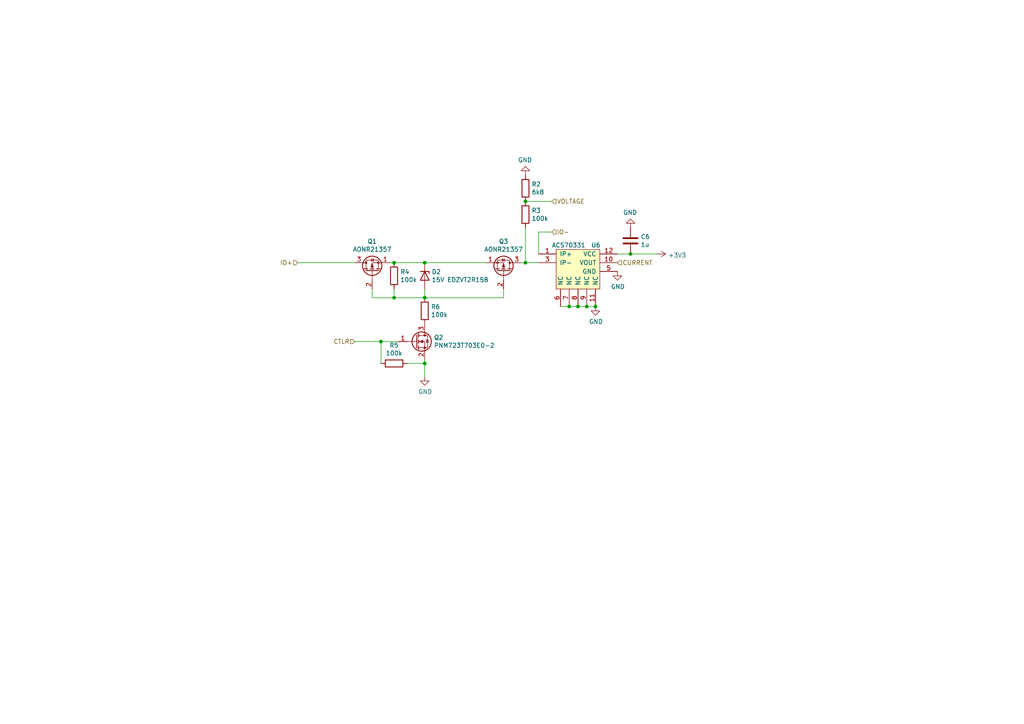
<source format=kicad_sch>
(kicad_sch (version 20210621) (generator eeschema)
  (paper "A4")
  (lib_symbols
    (symbol "Device:C" (pin_numbers hide) (pin_names (offset 0.254))
      (property "Reference" "C" (at 0.635 2.54 0))
      (property "Value" "Device_C" (at 0.635 -2.54 0))
      (symbol "C_0_1"
        (polyline (pts (xy -2.032 -0.762) (xy 2.032 -0.762)) (stroke (width 0.508)))
        (polyline (pts (xy -2.032 0.762) (xy 2.032 0.762)) (stroke (width 0.508)))
      )
      (symbol "C_1_1"
        (pin passive line (at 0 3.81 270) (length 2.794) (name "~") (number "1"))
        (pin passive line (at 0 -3.81 90) (length 2.794) (name "~") (number "2"))
      )
    )
    (symbol "Device:D_Zener" (pin_numbers hide) (pin_names (offset 1.016) hide)
      (property "Reference" "D" (at 0 2.54 0))
      (property "Value" "Device_D_Zener" (at 0 -2.54 0))
      (symbol "D_Zener_0_1"
        (polyline (pts (xy 1.27 0) (xy -1.27 0)))
        (polyline (pts (xy -1.27 -1.27) (xy -1.27 1.27) (xy -0.762 1.27)) (stroke (width 0.254)))
        (polyline (pts (xy 1.27 -1.27) (xy 1.27 1.27) (xy -1.27 0) (xy 1.27 -1.27)) (stroke (width 0.254)))
      )
      (symbol "D_Zener_1_1"
        (pin passive line (at -3.81 0 0) (length 2.54) (name "K") (number "1"))
        (pin passive line (at 3.81 0 180) (length 2.54) (name "A") (number "2"))
      )
    )
    (symbol "Device:Q_NMOS_GSD" (pin_names (offset 0) hide)
      (property "Reference" "Q" (at 5.08 1.27 0))
      (property "Value" "Device_Q_NMOS_GSD" (at 5.08 -1.27 0))
      (symbol "Q_NMOS_GSD_0_1"
        (polyline (pts (xy 0.254 0) (xy -2.54 0)))
        (polyline (pts (xy 0.254 1.905) (xy 0.254 -1.905)) (stroke (width 0.254)))
        (polyline (pts (xy 0.762 -1.27) (xy 0.762 -2.286)) (stroke (width 0.254)))
        (polyline (pts (xy 0.762 0.508) (xy 0.762 -0.508)) (stroke (width 0.254)))
        (polyline (pts (xy 0.762 2.286) (xy 0.762 1.27)) (stroke (width 0.254)))
        (polyline (pts (xy 2.54 2.54) (xy 2.54 1.778)))
        (polyline (pts (xy 2.54 -2.54) (xy 2.54 0) (xy 0.762 0)))
        (polyline (pts (xy 0.762 -1.778) (xy 3.302 -1.778) (xy 3.302 1.778) (xy 0.762 1.778)))
        (polyline (pts (xy 1.016 0) (xy 2.032 0.381) (xy 2.032 -0.381) (xy 1.016 0)) (fill (type outline)))
        (polyline (pts (xy 2.794 0.508) (xy 2.921 0.381) (xy 3.683 0.381) (xy 3.81 0.254)))
        (polyline (pts (xy 3.302 0.381) (xy 2.921 -0.254) (xy 3.683 -0.254) (xy 3.302 0.381)))
        (circle (center 1.651 0) (radius 2.794) (stroke (width 0.254)))
        (circle (center 2.54 -1.778) (radius 0.254) (fill (type outline)))
        (circle (center 2.54 1.778) (radius 0.254) (fill (type outline)))
      )
      (symbol "Q_NMOS_GSD_1_1"
        (pin input line (at -5.08 0 0) (length 2.54) (name "G") (number "1"))
        (pin passive line (at 2.54 -5.08 90) (length 2.54) (name "S") (number "2"))
        (pin passive line (at 2.54 5.08 270) (length 2.54) (name "D") (number "3"))
      )
    )
    (symbol "Device:Q_PMOS_SGD" (pin_names (offset 0) hide)
      (property "Reference" "Q" (at 5.08 1.27 0))
      (property "Value" "Device_Q_PMOS_SGD" (at 5.08 -1.27 0))
      (symbol "Q_PMOS_SGD_0_1"
        (polyline (pts (xy 0.254 0) (xy -2.54 0)))
        (polyline (pts (xy 0.254 1.905) (xy 0.254 -1.905)) (stroke (width 0.254)))
        (polyline (pts (xy 0.762 -1.27) (xy 0.762 -2.286)) (stroke (width 0.254)))
        (polyline (pts (xy 0.762 0.508) (xy 0.762 -0.508)) (stroke (width 0.254)))
        (polyline (pts (xy 0.762 2.286) (xy 0.762 1.27)) (stroke (width 0.254)))
        (polyline (pts (xy 2.54 2.54) (xy 2.54 1.778)))
        (polyline (pts (xy 2.54 -2.54) (xy 2.54 0) (xy 0.762 0)))
        (polyline (pts (xy 0.762 1.778) (xy 3.302 1.778) (xy 3.302 -1.778) (xy 0.762 -1.778)))
        (polyline (pts (xy 2.286 0) (xy 1.27 0.381) (xy 1.27 -0.381) (xy 2.286 0)) (fill (type outline)))
        (polyline (pts (xy 2.794 -0.508) (xy 2.921 -0.381) (xy 3.683 -0.381) (xy 3.81 -0.254)))
        (polyline (pts (xy 3.302 -0.381) (xy 2.921 0.254) (xy 3.683 0.254) (xy 3.302 -0.381)))
        (circle (center 1.651 0) (radius 2.794) (stroke (width 0.254)))
        (circle (center 2.54 -1.778) (radius 0.254) (fill (type outline)))
        (circle (center 2.54 1.778) (radius 0.254) (fill (type outline)))
      )
      (symbol "Q_PMOS_SGD_1_1"
        (pin passive line (at 2.54 -5.08 90) (length 2.54) (name "S") (number "1"))
        (pin input line (at -5.08 0 0) (length 2.54) (name "G") (number "2"))
        (pin passive line (at 2.54 5.08 270) (length 2.54) (name "D") (number "3"))
      )
    )
    (symbol "Device:R" (pin_numbers hide) (pin_names (offset 0))
      (property "Reference" "R" (at 2.032 0 90))
      (property "Value" "Device_R" (at 0 0 90))
      (symbol "R_0_1"
        (rectangle (start -1.016 -2.54) (end 1.016 2.54) (stroke (width 0.254)))
      )
      (symbol "R_1_1"
        (pin passive line (at 0 3.81 270) (length 1.27) (name "~") (number "1"))
        (pin passive line (at 0 -3.81 90) (length 1.27) (name "~") (number "2"))
      )
    )
    (symbol "power:+3V3" (power) (pin_names (offset 0))
      (property "Value" "power_+3V3" (at 0 3.556 0))
      (symbol "+3V3_0_1"
        (polyline (pts (xy -0.762 1.27) (xy 0 2.54)))
        (polyline (pts (xy 0 0) (xy 0 2.54)))
        (polyline (pts (xy 0 2.54) (xy 0.762 1.27)))
      )
      (symbol "+3V3_1_1"
        (pin power_in line (at 0 0 90) (length 0) hide (name "+3V3") (number "1"))
      )
    )
    (symbol "power:GND" (power) (pin_names (offset 0))
      (property "Value" "power_GND" (at 0 -3.81 0))
      (symbol "GND_0_1"
        (polyline (pts (xy 0 0) (xy 0 -1.27) (xy 1.27 -1.27) (xy 0 -2.54) (xy -1.27 -1.27) (xy 0 -1.27)))
      )
      (symbol "GND_1_1"
        (pin power_in line (at 0 0 270) (length 0) hide (name "GND") (number "1"))
      )
    )
    (symbol "rofi:ACS70331" (pin_names (offset 1.016))
      (property "Reference" "U" (at 5.08 5.08 0))
      (property "Value" "ACS70331" (at -2.54 5.08 0))
      (symbol "ACS70331_0_1"
        (rectangle (start -6.35 3.81) (end 6.35 -7.62) (fill (type background)))
      )
      (symbol "ACS70331_1_1"
        (pin passive line (at -11.43 2.54 0) (length 5.08) (name "IP+") (number "1"))
        (pin output line (at 11.43 0 180) (length 5.08) (name "VOUT") (number "10"))
        (pin power_in line (at 5.08 -12.7 90) (length 5.08) (name "NC") (number "11"))
        (pin power_in line (at 11.43 2.54 180) (length 5.08) (name "VCC") (number "12"))
        (pin passive line (at -11.43 0 0) (length 5.08) (name "IP-") (number "3"))
        (pin power_in line (at 11.43 -2.54 180) (length 5.08) (name "GND") (number "5"))
        (pin power_in line (at -5.08 -12.7 90) (length 5.08) (name "NC") (number "6"))
        (pin power_in line (at -2.54 -12.7 90) (length 5.08) (name "NC") (number "7"))
        (pin power_in line (at 0 -12.7 90) (length 5.08) (name "NC") (number "8"))
        (pin power_in line (at 2.54 -12.7 90) (length 5.08) (name "NC") (number "9"))
      )
    )
  )
  (junction (at 152.4 76.2))
  (junction (at 123.19 105.41))
  (junction (at 167.64 88.9))
  (junction (at 170.18 88.9))
  (junction (at 182.88 73.66))
  (junction (at 172.72 88.9))
  (junction (at 165.1 88.9))
  (junction (at 123.19 76.2))
  (junction (at 123.19 86.36))
  (junction (at 114.3 86.36))
  (junction (at 152.4 58.42))
  (junction (at 110.49 99.06))
  (junction (at 114.3 76.2))
  (wire (pts (xy 160.02 67.31) (xy 156.21 67.31)))
  (wire (pts (xy 107.95 86.36) (xy 107.95 83.82)))
  (wire (pts (xy 182.88 73.66) (xy 179.07 73.66)))
  (wire (pts (xy 123.19 104.14) (xy 123.19 105.41)))
  (wire (pts (xy 115.57 99.06) (xy 110.49 99.06)))
  (wire (pts (xy 140.97 76.2) (xy 123.19 76.2)))
  (wire (pts (xy 114.3 83.82) (xy 114.3 86.36)))
  (wire (pts (xy 156.21 67.31) (xy 156.21 73.66)))
  (wire (pts (xy 190.5 73.66) (xy 182.88 73.66)))
  (wire (pts (xy 152.4 58.42) (xy 160.02 58.42)))
  (wire (pts (xy 114.3 76.2) (xy 113.03 76.2)))
  (wire (pts (xy 86.36 76.2) (xy 102.87 76.2)))
  (wire (pts (xy 123.19 86.36) (xy 146.05 86.36)))
  (wire (pts (xy 165.1 88.9) (xy 167.64 88.9)))
  (wire (pts (xy 123.19 109.22) (xy 123.19 105.41)))
  (wire (pts (xy 114.3 86.36) (xy 107.95 86.36)))
  (wire (pts (xy 156.21 76.2) (xy 152.4 76.2)))
  (wire (pts (xy 123.19 86.36) (xy 123.19 83.82)))
  (wire (pts (xy 110.49 99.06) (xy 102.87 99.06)))
  (wire (pts (xy 170.18 88.9) (xy 172.72 88.9)))
  (wire (pts (xy 114.3 86.36) (xy 123.19 86.36)))
  (wire (pts (xy 162.56 88.9) (xy 165.1 88.9)))
  (wire (pts (xy 151.13 76.2) (xy 152.4 76.2)))
  (wire (pts (xy 114.3 76.2) (xy 123.19 76.2)))
  (wire (pts (xy 146.05 86.36) (xy 146.05 83.82)))
  (wire (pts (xy 123.19 105.41) (xy 118.11 105.41)))
  (wire (pts (xy 152.4 66.04) (xy 152.4 76.2)))
  (wire (pts (xy 110.49 99.06) (xy 110.49 105.41)))
  (wire (pts (xy 167.64 88.9) (xy 170.18 88.9)))
  (hierarchical_label "CURRENT" (shape input) (at 179.07 76.2 0))
  (hierarchical_label "IO+" (shape input) (at 86.36 76.2 180))
  (hierarchical_label "CTLR" (shape input) (at 102.87 99.06 180))
  (hierarchical_label "IO-" (shape input) (at 160.02 67.31 0))
  (hierarchical_label "VOLTAGE" (shape input) (at 160.02 58.42 0))
  (symbol (lib_id "rofi:ACS70331") (at 167.64 76.2 0)
    (property "Reference" "U6" (at 171.45 71.12 0) (effects (justify left)))
    (property "Value" "ACS70331" (at 160.02 71.12 0) (effects (justify left)))
    (property "Footprint" "rofi:ACS70331" (effects hide))
    (property "JLCPCB_IGNORE" "YES" (effects hide))
  )
  (symbol (lib_id "Device:Q_PMOS_SGD") (at 107.95 78.74 90)
    (property "Reference" "Q1" (at 107.95 70.0278 90))
    (property "Value" "AONR21357" (at 107.95 72.3392 90))
    (property "Footprint" "rofi:DFN3.3X3.3-EP" (effects hide))
    (property "LCSC" "C431196" (effects hide))
    (property "JLCPCB_CORRECTION" "0;0;-90" (effects hide))
  )
  (symbol (lib_id "Device:D_Zener") (at 123.19 80.01 270)
    (property "Reference" "D2" (at 125.1966 78.8416 90) (effects (justify left)))
    (property "Value" "15V EDZVT2R15B" (at 125.1966 81.153 90) (effects (justify left)))
    (property "Footprint" "Diode_SMD:D_SOD-523" (effects hide))
    (property "LCSC" "C209631" (effects hide))
    (property "JLCPCB_CORRECTION" "0;0;180" (effects hide))
  )
  (symbol (lib_id "Device:R") (at 114.3 80.01 0)
    (property "Reference" "R4" (at 116.078 78.8416 0) (effects (justify left)))
    (property "Value" "100k" (at 116.078 81.153 0) (effects (justify left)))
    (property "Footprint" "Resistor_SMD:R_0402_1005Metric" (effects hide))
    (property "LCSC" "C25741" (effects hide))
  )
  (symbol (lib_id "Device:R") (at 123.19 90.17 0)
    (property "Reference" "R6" (at 124.968 89.0016 0) (effects (justify left)))
    (property "Value" "100k" (at 124.968 91.313 0) (effects (justify left)))
    (property "Footprint" "Resistor_SMD:R_0402_1005Metric" (effects hide))
    (property "LCSC" "C25741" (effects hide))
  )
  (symbol (lib_id "Device:R") (at 114.3 105.41 270)
    (property "Reference" "R5" (at 114.3 100.1522 90))
    (property "Value" "100k" (at 114.3 102.4636 90))
    (property "Footprint" "Resistor_SMD:R_0402_1005Metric" (effects hide))
    (property "LCSC" "C25741" (effects hide))
  )
  (symbol (lib_id "power:GND") (at 123.19 109.22 0)
    (property "Reference" "#PWR0130" (effects hide))
    (property "Value" "GND" (at 123.317 113.6142 0))
  )
  (symbol (lib_id "Device:R") (at 152.4 62.23 0)
    (property "Reference" "R3" (at 154.178 61.0616 0) (effects (justify left)))
    (property "Value" "100k" (at 154.178 63.373 0) (effects (justify left)))
    (property "Footprint" "Resistor_SMD:R_0402_1005Metric" (effects hide))
    (property "LCSC" "C25741" (effects hide))
  )
  (symbol (lib_id "Device:R") (at 152.4 54.61 0)
    (property "Reference" "R2" (at 154.178 53.4416 0) (effects (justify left)))
    (property "Value" "6k8" (at 154.178 55.753 0) (effects (justify left)))
    (property "Footprint" "Resistor_SMD:R_0402_1005Metric" (effects hide))
    (property "LCSC" "C25917" (effects hide))
  )
  (symbol (lib_id "power:GND") (at 152.4 50.8 180)
    (property "Reference" "#PWR0131" (effects hide))
    (property "Value" "GND" (at 152.273 46.4058 0))
  )
  (symbol (lib_id "power:GND") (at 179.07 78.74 0)
    (property "Reference" "#PWR0132" (effects hide))
    (property "Value" "GND" (at 179.197 83.1342 0))
  )
  (symbol (lib_id "power:GND") (at 172.72 88.9 0)
    (property "Reference" "#PWR0133" (effects hide))
    (property "Value" "GND" (at 172.847 93.2942 0))
  )
  (symbol (lib_id "power:+3V3") (at 190.5 73.66 270)
    (property "Reference" "#PWR0134" (effects hide))
    (property "Value" "+3V3" (at 193.7512 74.041 90) (effects (justify left)))
  )
  (symbol (lib_id "Device:C") (at 182.88 69.85 0)
    (property "Reference" "C6" (at 185.801 68.6816 0) (effects (justify left)))
    (property "Value" "1u" (at 185.801 70.993 0) (effects (justify left)))
    (property "Footprint" "Capacitor_SMD:C_0402_1005Metric" (effects hide))
    (property "LCSC" "C52923" (effects hide))
  )
  (symbol (lib_id "power:GND") (at 182.88 66.04 180)
    (property "Reference" "#PWR0135" (effects hide))
    (property "Value" "GND" (at 182.753 61.6458 0))
  )
  (symbol (lib_id "Device:Q_PMOS_SGD") (at 146.05 78.74 270) (mirror x)
    (property "Reference" "Q3" (at 146.05 70.0278 90))
    (property "Value" "AONR21357" (at 146.05 72.3392 90))
    (property "Footprint" "rofi:DFN3.3X3.3-EP" (effects hide))
    (property "LCSC" "C431196" (effects hide))
    (property "JLCPCB_CORRECTION" "0;0;-90" (effects hide))
  )
  (symbol (lib_id "Device:Q_NMOS_GSD") (at 120.65 99.06 0)
    (property "Reference" "Q2" (at 125.8316 97.8916 0) (effects (justify left)))
    (property "Value" "PNM723T703E0-2" (at 125.8316 100.203 0) (effects (justify left)))
    (property "Footprint" "Package_TO_SOT_SMD:SOT-723" (effects hide))
    (property "LCSC" "C110713" (effects hide))
    (property "JLCPCB_CORRECTION" "0;0;180" (effects hide))
  )
)
</source>
